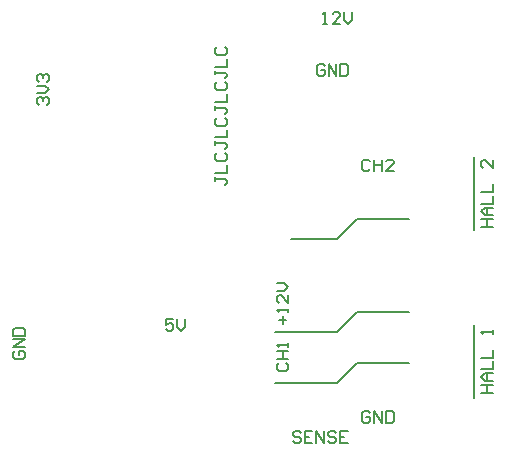
<source format=gto>
G04*
G04 #@! TF.GenerationSoftware,Altium Limited,Altium Designer,24.9.1 (31)*
G04*
G04 Layer_Color=65535*
%FSLAX44Y44*%
%MOMM*%
G71*
G04*
G04 #@! TF.SameCoordinates,72FE2189-96E8-42F3-8E64-FE2F012302BB*
G04*
G04*
G04 #@! TF.FilePolarity,Positive*
G04*
G01*
G75*
%ADD10C,0.2000*%
D10*
X396000Y62000D02*
Y124000D01*
Y204000D02*
Y266000D01*
X241000Y197000D02*
X280000D01*
X297000Y214000D01*
X228000Y118000D02*
X280000D01*
X297000Y135000D02*
X341000D01*
X280000Y118000D02*
X297000Y135000D01*
X280000Y75000D02*
X297000Y92000D01*
X341000D01*
X228000Y75000D02*
X280000D01*
X297000Y214000D02*
X341000D01*
X269664Y343332D02*
X267998Y344998D01*
X264666D01*
X263000Y343332D01*
Y336668D01*
X264666Y335002D01*
X267998D01*
X269664Y336668D01*
Y340000D01*
X266332D01*
X272997Y335002D02*
Y344998D01*
X279661Y335002D01*
Y344998D01*
X282994D02*
Y335002D01*
X287992D01*
X289658Y336668D01*
Y343332D01*
X287992Y344998D01*
X282994D01*
X402002Y66342D02*
X411998D01*
X407000D01*
Y73006D01*
X402002D01*
X411998D01*
Y76339D02*
X405334D01*
X402002Y79671D01*
X405334Y83003D01*
X411998D01*
X407000D01*
Y76339D01*
X402002Y86335D02*
X411998D01*
Y93000D01*
X402002Y96332D02*
X411998D01*
Y102997D01*
Y116326D02*
Y119658D01*
Y117992D01*
X402002D01*
X403668Y116326D01*
X402002Y206676D02*
X411998D01*
X407000D01*
Y213340D01*
X402002D01*
X411998D01*
Y216673D02*
X405334D01*
X402002Y220005D01*
X405334Y223337D01*
X411998D01*
X407000D01*
Y216673D01*
X402002Y226669D02*
X411998D01*
Y233334D01*
X402002Y236666D02*
X411998D01*
Y243331D01*
Y263324D02*
Y256660D01*
X405334Y263324D01*
X403668D01*
X402002Y261658D01*
Y258326D01*
X403668Y256660D01*
X249339Y32332D02*
X247673Y33998D01*
X244340D01*
X242674Y32332D01*
Y30666D01*
X244340Y29000D01*
X247673D01*
X249339Y27334D01*
Y25668D01*
X247673Y24002D01*
X244340D01*
X242674Y25668D01*
X259335Y33998D02*
X252671D01*
Y24002D01*
X259335D01*
X252671Y29000D02*
X256003D01*
X262668Y24002D02*
Y33998D01*
X269332Y24002D01*
Y33998D01*
X279329Y32332D02*
X277663Y33998D01*
X274331D01*
X272665Y32332D01*
Y30666D01*
X274331Y29000D01*
X277663D01*
X279329Y27334D01*
Y25668D01*
X277663Y24002D01*
X274331D01*
X272665Y25668D01*
X289326Y33998D02*
X282661D01*
Y24002D01*
X289326D01*
X282661Y29000D02*
X285994D01*
X268000Y379000D02*
X271332D01*
X269666D01*
Y388997D01*
X268000Y387331D01*
X282995Y379000D02*
X276331D01*
X282995Y385664D01*
Y387331D01*
X281329Y388997D01*
X277997D01*
X276331Y387331D01*
X286327Y388997D02*
Y382332D01*
X289660Y379000D01*
X292992Y382332D01*
Y388997D01*
X308335Y262332D02*
X306669Y263998D01*
X303337D01*
X301671Y262332D01*
Y255668D01*
X303337Y254002D01*
X306669D01*
X308335Y255668D01*
X311668Y263998D02*
Y254002D01*
Y259000D01*
X318332D01*
Y263998D01*
Y254002D01*
X328329D02*
X321665D01*
X328329Y260666D01*
Y262332D01*
X326663Y263998D01*
X323331D01*
X321665Y262332D01*
X230668Y92002D02*
X229002Y90336D01*
Y87003D01*
X230668Y85337D01*
X237332D01*
X238998Y87003D01*
Y90336D01*
X237332Y92002D01*
X229002Y95334D02*
X238998D01*
X234000D01*
Y101998D01*
X229002D01*
X238998D01*
Y105331D02*
Y108663D01*
Y106997D01*
X229002D01*
X230668Y105331D01*
X234000Y124506D02*
Y131170D01*
X230668Y127838D02*
X237332D01*
X238998Y134502D02*
Y137835D01*
Y136169D01*
X229002D01*
X230668Y134502D01*
X238998Y149498D02*
Y142833D01*
X232334Y149498D01*
X230668D01*
X229002Y147831D01*
Y144499D01*
X230668Y142833D01*
X229002Y152830D02*
X235666D01*
X238998Y156162D01*
X235666Y159494D01*
X229002D01*
X308335Y49332D02*
X306669Y50998D01*
X303337D01*
X301671Y49332D01*
Y42668D01*
X303337Y41002D01*
X306669D01*
X308335Y42668D01*
Y46000D01*
X305003D01*
X311668Y41002D02*
Y50998D01*
X318332Y41002D01*
Y50998D01*
X321665D02*
Y41002D01*
X326663D01*
X328329Y42668D01*
Y49332D01*
X326663Y50998D01*
X321665D01*
X7669Y101664D02*
X6003Y99998D01*
Y96666D01*
X7669Y95000D01*
X14334D01*
X16000Y96666D01*
Y99998D01*
X14334Y101664D01*
X11002D01*
Y98332D01*
X16000Y104997D02*
X6003D01*
X16000Y111661D01*
X6003D01*
Y114993D02*
X16000D01*
Y119992D01*
X14334Y121658D01*
X7669D01*
X6003Y119992D01*
Y114993D01*
X27669Y310000D02*
X26003Y311666D01*
Y314998D01*
X27669Y316665D01*
X29335D01*
X31002Y314998D01*
Y313332D01*
Y314998D01*
X32668Y316665D01*
X34334D01*
X36000Y314998D01*
Y311666D01*
X34334Y310000D01*
X26003Y319997D02*
X32668D01*
X36000Y323329D01*
X32668Y326661D01*
X26003D01*
X27669Y329994D02*
X26003Y331660D01*
Y334992D01*
X27669Y336658D01*
X29335D01*
X31002Y334992D01*
Y333326D01*
Y334992D01*
X32668Y336658D01*
X34334D01*
X36000Y334992D01*
Y331660D01*
X34334Y329994D01*
X141664Y128997D02*
X135000D01*
Y123998D01*
X138332Y125665D01*
X139998D01*
X141664Y123998D01*
Y120666D01*
X139998Y119000D01*
X136666D01*
X135000Y120666D01*
X144997Y128997D02*
Y122332D01*
X148329Y119000D01*
X151661Y122332D01*
Y128997D01*
X177002Y249350D02*
Y246018D01*
Y247684D01*
X185332D01*
X186998Y246018D01*
Y244352D01*
X185332Y242685D01*
X177002Y252682D02*
X186998D01*
Y259347D01*
X178668Y269343D02*
X177002Y267677D01*
Y264345D01*
X178668Y262679D01*
X185332D01*
X186998Y264345D01*
Y267677D01*
X185332Y269343D01*
X177002Y279340D02*
Y276008D01*
Y277674D01*
X185332D01*
X186998Y276008D01*
Y274342D01*
X185332Y272676D01*
X177002Y282673D02*
X186998D01*
Y289337D01*
X178668Y299334D02*
X177002Y297668D01*
Y294335D01*
X178668Y292669D01*
X185332D01*
X186998Y294335D01*
Y297668D01*
X185332Y299334D01*
X177002Y309331D02*
Y305998D01*
Y307665D01*
X185332D01*
X186998Y305998D01*
Y304332D01*
X185332Y302666D01*
X177002Y312663D02*
X186998D01*
Y319327D01*
X178668Y329324D02*
X177002Y327658D01*
Y324326D01*
X178668Y322660D01*
X185332D01*
X186998Y324326D01*
Y327658D01*
X185332Y329324D01*
X177002Y339321D02*
Y335989D01*
Y337655D01*
X185332D01*
X186998Y335989D01*
Y334323D01*
X185332Y332657D01*
X177002Y342653D02*
X186998D01*
Y349318D01*
X178668Y359314D02*
X177002Y357648D01*
Y354316D01*
X178668Y352650D01*
X185332D01*
X186998Y354316D01*
Y357648D01*
X185332Y359314D01*
M02*

</source>
